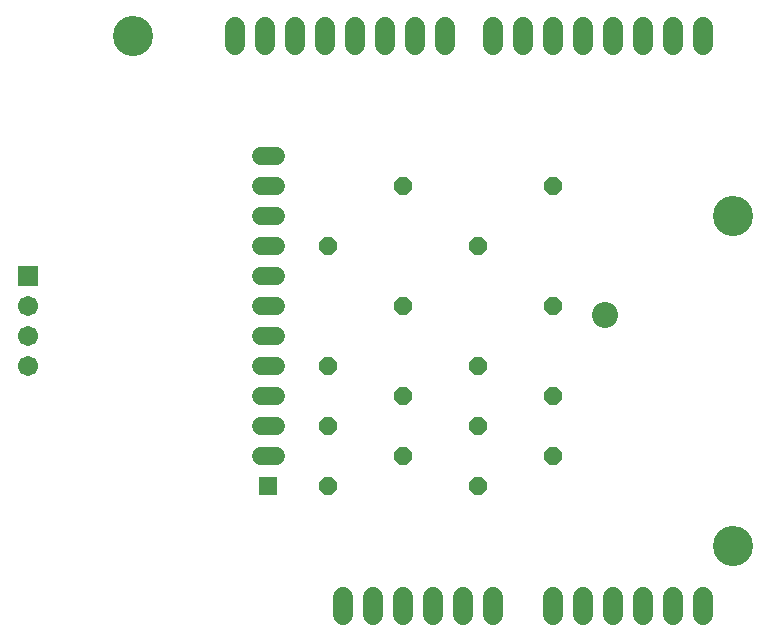
<source format=gbr>
G04 EAGLE Gerber RS-274X export*
G75*
%MOMM*%
%FSLAX34Y34*%
%LPD*%
%INSoldermask Top*%
%IPPOS*%
%AMOC8*
5,1,8,0,0,1.08239X$1,22.5*%
G01*
%ADD10C,1.727200*%
%ADD11C,3.403200*%
%ADD12C,2.203200*%
%ADD13P,1.649562X8X202.500000*%
%ADD14R,1.711200X1.711200*%
%ADD15C,1.711200*%
%ADD16R,1.511200X1.511200*%
%ADD17C,1.511200*%


D10*
X378460Y601980D02*
X378460Y617220D01*
X403860Y617220D02*
X403860Y601980D01*
X429260Y601980D02*
X429260Y617220D01*
X454660Y617220D02*
X454660Y601980D01*
X480060Y601980D02*
X480060Y617220D01*
X505460Y617220D02*
X505460Y601980D01*
X530860Y601980D02*
X530860Y617220D01*
X556260Y617220D02*
X556260Y601980D01*
X596900Y601980D02*
X596900Y617220D01*
X622300Y617220D02*
X622300Y601980D01*
X647700Y601980D02*
X647700Y617220D01*
X673100Y617220D02*
X673100Y601980D01*
X698500Y601980D02*
X698500Y617220D01*
X723900Y617220D02*
X723900Y601980D01*
X749300Y601980D02*
X749300Y617220D01*
X774700Y617220D02*
X774700Y601980D01*
X469900Y134620D02*
X469900Y119380D01*
X495300Y119380D02*
X495300Y134620D01*
X520700Y134620D02*
X520700Y119380D01*
X546100Y119380D02*
X546100Y134620D01*
X571500Y134620D02*
X571500Y119380D01*
X596900Y119380D02*
X596900Y134620D01*
X647700Y134620D02*
X647700Y119380D01*
X673100Y119380D02*
X673100Y134620D01*
X698500Y134620D02*
X698500Y119380D01*
X723900Y119380D02*
X723900Y134620D01*
X749300Y134620D02*
X749300Y119380D01*
X774700Y119380D02*
X774700Y134620D01*
D11*
X292100Y609600D03*
X800100Y457200D03*
X800100Y177800D03*
D12*
X691396Y372738D03*
D13*
X584200Y279400D03*
X457200Y279400D03*
X584200Y330200D03*
X457200Y330200D03*
X584200Y228600D03*
X457200Y228600D03*
X647700Y254000D03*
X520700Y254000D03*
X647700Y381000D03*
X520700Y381000D03*
X584200Y431800D03*
X457200Y431800D03*
X647700Y482600D03*
X520700Y482600D03*
X647700Y304800D03*
X520700Y304800D03*
D14*
X203200Y406400D03*
D15*
X203200Y381000D03*
X203200Y355600D03*
X203200Y330200D03*
D16*
X406400Y228600D03*
D17*
X412940Y254000D02*
X399860Y254000D01*
X399860Y279400D02*
X412940Y279400D01*
X412940Y304800D02*
X399860Y304800D01*
X399860Y330200D02*
X412940Y330200D01*
X412940Y355600D02*
X399860Y355600D01*
X399860Y381000D02*
X412940Y381000D01*
X412940Y406400D02*
X399860Y406400D01*
X399860Y431800D02*
X412940Y431800D01*
X412940Y457200D02*
X399860Y457200D01*
X399860Y482600D02*
X412940Y482600D01*
X412940Y508000D02*
X399860Y508000D01*
M02*

</source>
